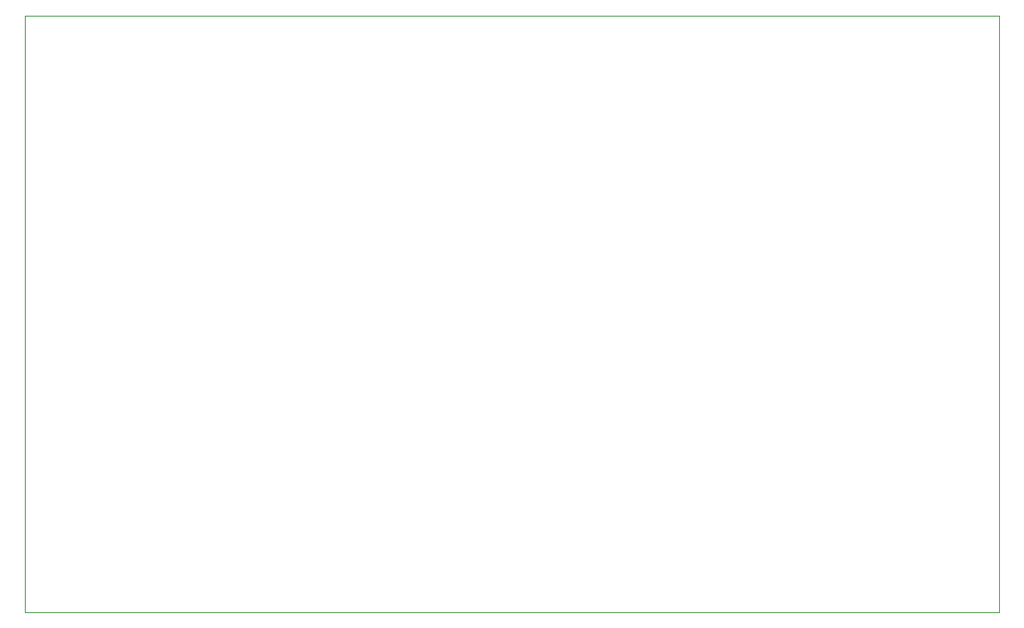
<source format=gbr>
%TF.GenerationSoftware,KiCad,Pcbnew,8.0.2*%
%TF.CreationDate,2024-10-12T15:12:06+02:00*%
%TF.ProjectId,OSSD-8A,4f535344-2d38-4412-9e6b-696361645f70,rev?*%
%TF.SameCoordinates,Original*%
%TF.FileFunction,Profile,NP*%
%FSLAX46Y46*%
G04 Gerber Fmt 4.6, Leading zero omitted, Abs format (unit mm)*
G04 Created by KiCad (PCBNEW 8.0.2) date 2024-10-12 15:12:06*
%MOMM*%
%LPD*%
G01*
G04 APERTURE LIST*
%TA.AperFunction,Profile*%
%ADD10C,0.100000*%
%TD*%
G04 APERTURE END LIST*
D10*
X88500000Y-17000000D02*
X188000000Y-17000000D01*
X188000000Y-78000000D01*
X88500000Y-78000000D01*
X88500000Y-17000000D01*
M02*

</source>
